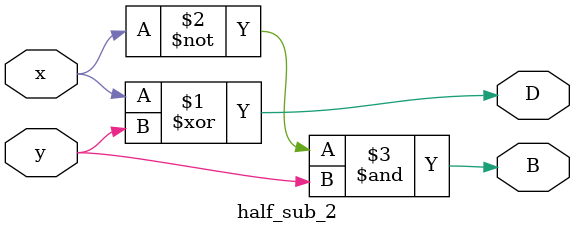
<source format=v>
module half_sub_2(x, y, D, B);
	input x, y;
	output D, B;
	assign D = x ^ y;
	assign B = ~x & y;
endmodule
</source>
